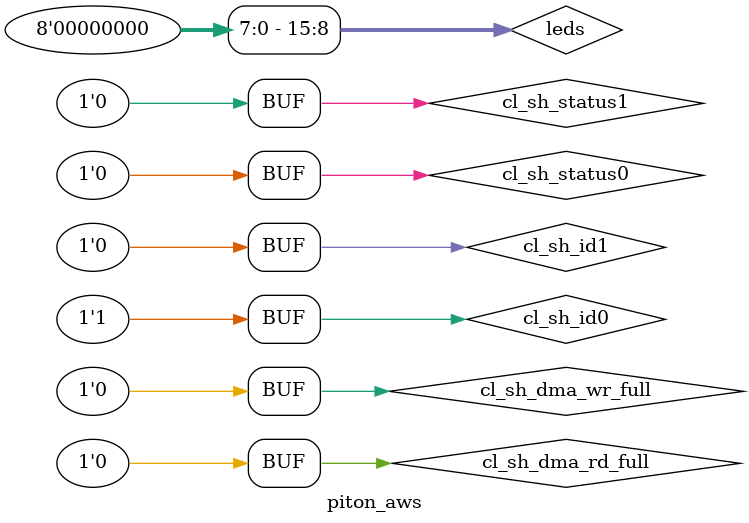
<source format=sv>



`include "define.tmp.h"
`include "piton_system.vh"
`include "axi_defines.vh"

module piton_aws
(
	`include "cl_ports.vh"
);

// TIE OFF ALL UNUSED INTERFACES
// Including all the unused interface to tie off

`include "unused_apppf_irq_template.inc"
`include "unused_cl_sda_template.inc"
`include "unused_pcim_template.inc"
`include "unused_flr_template.inc"
`include "unused_ddr_a_b_d_template.inc"

`ifndef PITONSYS_UART
    `include "unused_sh_ocl_template.inc"
`endif

`ifndef PITONSYS_UART2
    `include "unused_sh_bar1_template.inc"
`endif


`ifdef PITONSYS_NO_MC
    `include "unused_ddr_c_template.inc"
    `include "unused_dma_pcis_template.inc"
`else 
    `ifndef PITON_FPGA_MC_DDR3
        `include "unused_ddr_c_template.inc"
        `include "unused_dma_pcis_template.inc"
    `else
        `ifndef PITONSYS_PCIE_DMA
            `include "unused_dma_pcis_template.inc"
        `endif
    `endif
`endif


// Unused 'full' signals
assign cl_sh_dma_rd_full  = 1'b0;
assign cl_sh_dma_wr_full  = 1'b0;

// Unused
assign cl_sh_status0 = 32'h0;
assign cl_sh_status1 = 32'h0;

// Hardcoded vals from Amazon
assign cl_sh_id0 = 32'hF001_1D0F;
assign cl_sh_id1 = 32'h1D51_FEDC;



///////////////////////////////////////////////////////////////////////
//////////////////////////// clocks ///////////////////////////////////
///////////////////////////////////////////////////////////////////////

    logic shell_clk;
    logic piton_clk;

    assign shell_clk = clk_main_a0; //125 mhz, recipe A0 OR 250 mhz, recipe A1
    assign piton_clk = clk_extra_b1; //62.5 mhz, recipe B1 OR 125 mhz, recipe B0 OR 100 mhz, recipe B5

///////////////////////////////////////////////////////////////////////
//////////////////////////// clocks ///////////////////////////////////
///////////////////////////////////////////////////////////////////////

///////////////////////////////////////////////////////////////////////
//////////////////////////// resets ///////////////////////////////////
///////////////////////////////////////////////////////////////////////


    (* dont_touch = "true" *) logic pipe_piton_rst_n;
    logic pre_piton_rst_n;
    logic piton_rst_n;

    lib_pipe #(.WIDTH(1), .STAGES(4)) PIPE_piton_rst_n (.clk(shell_clk), .rst_n(1'b1), .in_bus(sh_cl_status_vdip[15]), .out_bus(pipe_piton_rst_n));

    always_ff @(negedge pipe_piton_rst_n or posedge piton_clk)
       if (!pipe_piton_rst_n)
       begin
          pre_piton_rst_n <= 0;
          piton_rst_n <= 0;
       end
       else
       begin
          pre_piton_rst_n <= 1;
          piton_rst_n <= pre_piton_rst_n;
       end


    (* dont_touch = "true" *) logic pipe_shell_rst_n;
    logic pre_shell_rst_n;
    logic shell_rst_n;

    lib_pipe #(.WIDTH(1), .STAGES(4)) PIPE_shell_rst_n (.clk(shell_clk), .rst_n(1'b1), .in_bus(rst_main_n), .out_bus(pipe_shell_rst_n));

    always_ff @(negedge pipe_shell_rst_n or posedge shell_clk)
       if (!pipe_shell_rst_n)
       begin
          pre_shell_rst_n <= 0;
          shell_rst_n <= 0;
       end
       else
       begin
          pre_shell_rst_n <= 1;
          shell_rst_n <= pre_shell_rst_n;
       end


///////////////////////////////////////////////////////////////////////
//////////////////////////// resets ///////////////////////////////////
///////////////////////////////////////////////////////////////////////

///////////////////////////////////////////////////////////////////////
////////////////////// leds and switches //////////////////////////////
///////////////////////////////////////////////////////////////////////

    logic [15:0] sw;
    logic [15:0] sw_q;
    logic [15:0] sw_q_q;
    logic [15:0] leds;
    logic [15:0] leds_q;
    logic [15:0] leds_q_q;

    always_ff @(posedge piton_clk)
       if (!piton_rst_n)
       begin
          sw_q <= 0;
          sw_q_q <= 0;
       end
       else
       begin
          sw_q <= sh_cl_status_vdip;
          sw_q_q <= sw_q;
       end

    always_ff @(posedge shell_clk)
       if (!shell_rst_n)
       begin
          leds_q <= 0;
          leds_q_q <= 0;
       end
       else
       begin
          leds_q <= leds;
          leds_q_q <= leds_q;
       end

    assign sw = sw_q_q;
    assign cl_sh_status_vled = leds_q_q; 
 


///////////////////////////////////////////////////////////////////////
////////////////////// leds and switches //////////////////////////////
///////////////////////////////////////////////////////////////////////



///////////////////////////////////////////////////////////////////////
/////////////////////////// piton /////////////////////////////////////
///////////////////////////////////////////////////////////////////////

    // For uart
    `ifdef PITONSYS_UART
        logic piton_uart_tx;
        logic piton_uart_rx;
        `ifdef PITONSYS_UART2
            logic piton_uart2_tx;
            logic piton_uart2_rx;
        `endif
    `endif

    system system(
        // Clocks and resets
        .sys_clk(piton_clk),
        .sys_rst_n(piton_rst_n),

    `ifndef PITONSYS_NO_MC
    `ifdef PITON_FPGA_MC_DDR3
        .ddr_axi_clk(shell_clk),
        .ddr_axi_resetn(shell_rst_n),
        .ddr_axi_awid(cl_sh_ddr_awid),
        .ddr_axi_awaddr(cl_sh_ddr_awaddr),
        .ddr_axi_awlen(cl_sh_ddr_awlen),
        .ddr_axi_awsize(cl_sh_ddr_awsize),
        .ddr_axi_awburst(cl_sh_ddr_awburst),
        .ddr_axi_awlock(),
        .ddr_axi_awcache(),
        .ddr_axi_awprot(),
        .ddr_axi_awqos(),
        .ddr_axi_awregion(),
        .ddr_axi_awuser(),
        .ddr_axi_awvalid(cl_sh_ddr_awvalid),
        .ddr_axi_awready(sh_cl_ddr_awready),
        .ddr_axi_wid(cl_sh_ddr_wid),
        .ddr_axi_wdata(cl_sh_ddr_wdata),
        .ddr_axi_wstrb(cl_sh_ddr_wstrb),
        .ddr_axi_wlast(cl_sh_ddr_wlast),
        .ddr_axi_wuser(),
        .ddr_axi_wvalid(cl_sh_ddr_wvalid),
        .ddr_axi_wready(sh_cl_ddr_wready),
        .ddr_axi_arid(cl_sh_ddr_arid),
        .ddr_axi_araddr(cl_sh_ddr_araddr),
        .ddr_axi_arlen(cl_sh_ddr_arlen),
        .ddr_axi_arsize(cl_sh_ddr_arsize),
        .ddr_axi_arburst(cl_sh_ddr_arburst),
        .ddr_axi_arlock(),
        .ddr_axi_arcache(),
        .ddr_axi_arprot(),
        .ddr_axi_arqos(),
        .ddr_axi_arregion(),
        .ddr_axi_aruser(),
        .ddr_axi_arvalid(cl_sh_ddr_arvalid),
        .ddr_axi_arready(sh_cl_ddr_arready),
        .ddr_axi_rid(sh_cl_ddr_rid),
        .ddr_axi_rdata(sh_cl_ddr_rdata),
        .ddr_axi_rresp(sh_cl_ddr_rresp),
        .ddr_axi_rlast(sh_cl_ddr_rlast),
        .ddr_axi_ruser(`AXI4_USER_WIDTH'b0),
        .ddr_axi_rvalid(sh_cl_ddr_rvalid),
        .ddr_axi_rready(cl_sh_ddr_rready),
        .ddr_axi_bid(sh_cl_ddr_bid),
        .ddr_axi_bresp(sh_cl_ddr_bresp),
        .ddr_axi_buser(`AXI4_USER_WIDTH'b0),
        .ddr_axi_bvalid(sh_cl_ddr_bvalid),
        .ddr_axi_bready(cl_sh_ddr_bready),
        .ddr_ready(sh_cl_ddr_is_ready),

        `ifdef PITONSYS_PCIE_DMA
            .pcie_dma_axi_clk(shell_clk),
            .pcie_dma_axi_resetn(shell_rst_n),
            .pcie_dma_axi_awid(sh_cl_dma_pcis_awid),
            .pcie_dma_axi_awaddr(sh_cl_dma_pcis_awaddr),
            .pcie_dma_axi_awlen(sh_cl_dma_pcis_awlen),
            .pcie_dma_axi_awsize(sh_cl_dma_pcis_awsize),
            .pcie_dma_axi_awburst(),
            .pcie_dma_axi_awlock(),
            .pcie_dma_axi_awcache(),
            .pcie_dma_axi_awprot(),
            .pcie_dma_axi_awqos(),
            .pcie_dma_axi_awregion(),
            .pcie_dma_axi_awuser(),
            .pcie_dma_axi_awvalid(sh_cl_dma_pcis_awvalid),
            .pcie_dma_axi_awready(cl_sh_dma_pcis_awready),
            .pcie_dma_axi_wid(),
            .pcie_dma_axi_wdata(sh_cl_dma_pcis_wdata),
            .pcie_dma_axi_wstrb(sh_cl_dma_pcis_wstrb),
            .pcie_dma_axi_wlast(sh_cl_dma_pcis_wlast),
            .pcie_dma_axi_wuser(),
            .pcie_dma_axi_wvalid(sh_cl_dma_pcis_wvalid),
            .pcie_dma_axi_wready(cl_sh_dma_pcis_wready),
            .pcie_dma_axi_arid(sh_cl_dma_pcis_arid),
            .pcie_dma_axi_araddr(sh_cl_dma_pcis_araddr),
            .pcie_dma_axi_arlen(sh_cl_dma_pcis_arlen),
            .pcie_dma_axi_arsize(sh_cl_dma_pcis_arsize),
            .pcie_dma_axi_arburst(),
            .pcie_dma_axi_arlock(),
            .pcie_dma_axi_arcache(),
            .pcie_dma_axi_arprot(),
            .pcie_dma_axi_arqos(),
            .pcie_dma_axi_arregion(),
            .pcie_dma_axi_aruser(),
            .pcie_dma_axi_arvalid(sh_cl_dma_pcis_arvalid),
            .pcie_dma_axi_arready(cl_sh_dma_pcis_arready),
            .pcie_dma_axi_rid(cl_sh_dma_pcis_rid),
            .pcie_dma_axi_rdata(cl_sh_dma_pcis_rdata),
            .pcie_dma_axi_rresp(cl_sh_dma_pcis_rresp),
            .pcie_dma_axi_rlast(cl_sh_dma_pcis_rlast),
            .pcie_dma_axi_ruser(`AXI4_USER_WIDTH'b0),
            .pcie_dma_axi_rvalid(cl_sh_dma_pcis_rvalid),
            .pcie_dma_axi_rready(sh_cl_dma_pcis_rready),
            .pcie_dma_axi_bid(cl_sh_dma_pcis_bid),
            .pcie_dma_axi_bresp(cl_sh_dma_pcis_bresp),
            .pcie_dma_axi_buser(`AXI4_USER_WIDTH'b0),
            .pcie_dma_axi_bvalid(cl_sh_dma_pcis_bvalid),
            .pcie_dma_axi_bready(sh_cl_dma_pcis_bready),
        `endif // PITONSYS_PCIE_DMA
    `endif // PITON_FPGA_MC_DDR3
    `endif // PITONSYS_NO_MC

    `ifdef PITONSYS_UART
        .uart_tx(piton_uart_tx),
        .uart_rx(piton_uart_rx),
        `ifdef PITONSYS_UART2
            .uart2_tx(piton_uart2_tx),
            .uart2_rx(piton_uart2_rx),
        `endif
    `endif

        .sw(sw[7:0]), 
        .leds(leds[7:0]) 

    );
    assign leds[15:8] = 0;

///////////////////////////////////////////////////////////////////////
/////////////////////////// piton /////////////////////////////////////
///////////////////////////////////////////////////////////////////////


///////////////////////////////////////////////////////////////////////
///////////////// aws uart module /////////////////////////////////////
///////////////////////////////////////////////////////////////////////
    
    `ifdef PITONSYS_UART
        logic shell_uart_tx;
        logic shell_uart_rx;

        assign shell_uart_rx = piton_uart_tx;
        assign piton_uart_rx = shell_uart_tx;

        uart_16550 aws_uart (
            .s_axi_aclk       (shell_clk        ),  // input wire s_axi_aclk
            .s_axi_aresetn    (shell_rst_n      ),  // input wire s_axi_aresetn
            .ip2intc_irpt     (                 ),  // output wire ip2intc_irpt
            .freeze           (1'b0             ),  // input wire freeze

            .s_axi_awaddr     (sh_ocl_awaddr[12:0]     ),  // input wire [12 : 0] s_axi_awaddr
            .s_axi_awvalid    (sh_ocl_awvalid          ),  // input wire s_axi_awvalid
            .s_axi_awready    (ocl_sh_awready          ),  // output wire s_axi_awready
            .s_axi_wdata      (sh_ocl_wdata            ),  // input wire [31 : 0] s_axi_wdata
            .s_axi_wstrb      (sh_ocl_wstrb            ),  // input wire [3 : 0] s_axi_wstrb
            .s_axi_wvalid     (sh_ocl_wvalid           ),  // input wire s_axi_wvalid
            .s_axi_wready     (ocl_sh_wready           ),  // output wire s_axi_wready
            .s_axi_bresp      (ocl_sh_bresp            ),  // output wire [1 : 0] s_axi_bresp
            .s_axi_bvalid     (ocl_sh_bvalid           ),  // output wire s_axi_bvalid
            .s_axi_bready     (sh_ocl_bready           ),  // input wire s_axi_bready
            .s_axi_araddr     (sh_ocl_araddr[12:0]     ),  // input wire [12 : 0] s_axi_araddr
            .s_axi_arvalid    (sh_ocl_arvalid          ),  // input wire s_axi_arvalid
            .s_axi_arready    (ocl_sh_arready          ),  // output wire s_axi_arready
            .s_axi_rdata      (ocl_sh_rdata            ),  // output wire [31 : 0] s_axi_rdata
            .s_axi_rresp      (ocl_sh_rresp            ),  // output wire [1 : 0] s_axi_rresp
            .s_axi_rvalid     (ocl_sh_rvalid           ),  // output wire s_axi_rvalid
            .s_axi_rready     (sh_ocl_rready           ),  // input wire s_axi_rready

            .baudoutn         (),   
            .ctsn             (1'b0),  
            .dcdn             (1'b0),  
            .ddis             (),   
            .dsrn             (1'b0),  
            .dtrn             (),   
            .out1n            (),   
            .out2n            (),   
            .rin              (1'b0),  
            .rtsn             (),   
            .rxrdyn           (),   
            .sin              (shell_uart_rx),  
            .sout             (shell_uart_tx),  
            .txrdyn           ()    
        );
    `endif

    `ifdef PITONSYS_UART2
        logic shell_uart2_tx;
        logic shell_uart2_rx;

        assign shell_uart2_rx = piton_uart2_tx;
        assign piton_uart2_rx = shell_uart2_tx;


        uart_16550 aws_uart2 (
            .s_axi_aclk       (shell_clk        ),  // input wire s_axi_aclk
            .s_axi_aresetn    (shell_rst_n      ),  // input wire s_axi_aresetn
            .ip2intc_irpt     (                 ),  // output wire ip2intc_irpt
            .freeze           (1'b0             ),  // input wire freeze

            .s_axi_awaddr     (sh_bar1_awaddr[12:0]     ),  // input wire [12 : 0] s_axi_awaddr
            .s_axi_awvalid    (sh_bar1_awvalid          ),  // input wire s_axi_awvalid
            .s_axi_awready    (bar1_sh_awready          ),  // output wire s_axi_awready
            .s_axi_wdata      (sh_bar1_wdata            ),  // input wire [31 : 0] s_axi_wdata
            .s_axi_wstrb      (sh_bar1_wstrb            ),  // input wire [3 : 0] s_axi_wstrb
            .s_axi_wvalid     (sh_bar1_wvalid           ),  // input wire s_axi_wvalid
            .s_axi_wready     (bar1_sh_wready           ),  // output wire s_axi_wready
            .s_axi_bresp      (bar1_sh_bresp            ),  // output wire [1 : 0] s_axi_bresp
            .s_axi_bvalid     (bar1_sh_bvalid           ),  // output wire s_axi_bvalid
            .s_axi_bready     (sh_bar1_bready           ),  // input wire s_axi_bready
            .s_axi_araddr     (sh_bar1_araddr[12:0]     ),  // input wire [12 : 0] s_axi_araddr
            .s_axi_arvalid    (sh_bar1_arvalid          ),  // input wire s_axi_arvalid
            .s_axi_arready    (bar1_sh_arready          ),  // output wire s_axi_arready
            .s_axi_rdata      (bar1_sh_rdata            ),  // output wire [31 : 0] s_axi_rdata
            .s_axi_rresp      (bar1_sh_rresp            ),  // output wire [1 : 0] s_axi_rresp
            .s_axi_rvalid     (bar1_sh_rvalid           ),  // output wire s_axi_rvalid
            .s_axi_rready     (sh_bar1_rready           ),  // input wire s_axi_rready

            .baudoutn         (),   
            .ctsn             (1'b0),  
            .dcdn             (1'b0),  
            .ddis             (),   
            .dsrn             (1'b0),  
            .dtrn             (),   
            .out1n            (),   
            .out2n            (),   
            .rin              (1'b0),  
            .rtsn             (),   
            .rxrdyn           (),   
            .sin              (shell_uart2_rx),  
            .sout             (shell_uart2_tx),  
            .txrdyn           ()    
        );
    `endif

///////////////////////////////////////////////////////////////////////
///////////////// aws uart module /////////////////////////////////////
///////////////////////////////////////////////////////////////////////


endmodule // aws_shell

</source>
